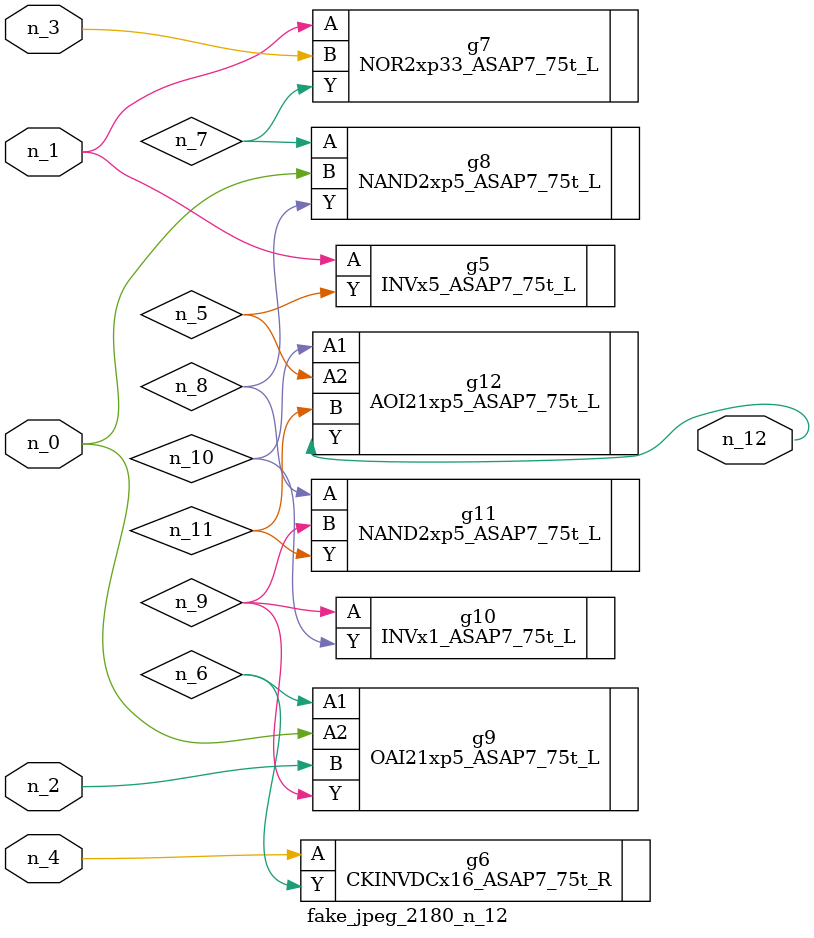
<source format=v>
module fake_jpeg_2180_n_12 (n_3, n_2, n_1, n_0, n_4, n_12);

input n_3;
input n_2;
input n_1;
input n_0;
input n_4;

output n_12;

wire n_11;
wire n_10;
wire n_8;
wire n_9;
wire n_6;
wire n_5;
wire n_7;

INVx5_ASAP7_75t_L g5 ( 
.A(n_1),
.Y(n_5)
);

CKINVDCx16_ASAP7_75t_R g6 ( 
.A(n_4),
.Y(n_6)
);

NOR2xp33_ASAP7_75t_L g7 ( 
.A(n_1),
.B(n_3),
.Y(n_7)
);

NAND2xp5_ASAP7_75t_L g8 ( 
.A(n_7),
.B(n_0),
.Y(n_8)
);

NAND2xp5_ASAP7_75t_L g11 ( 
.A(n_8),
.B(n_9),
.Y(n_11)
);

OAI21xp5_ASAP7_75t_L g9 ( 
.A1(n_6),
.A2(n_0),
.B(n_2),
.Y(n_9)
);

INVx1_ASAP7_75t_L g10 ( 
.A(n_9),
.Y(n_10)
);

AOI21xp5_ASAP7_75t_L g12 ( 
.A1(n_10),
.A2(n_5),
.B(n_11),
.Y(n_12)
);


endmodule
</source>
